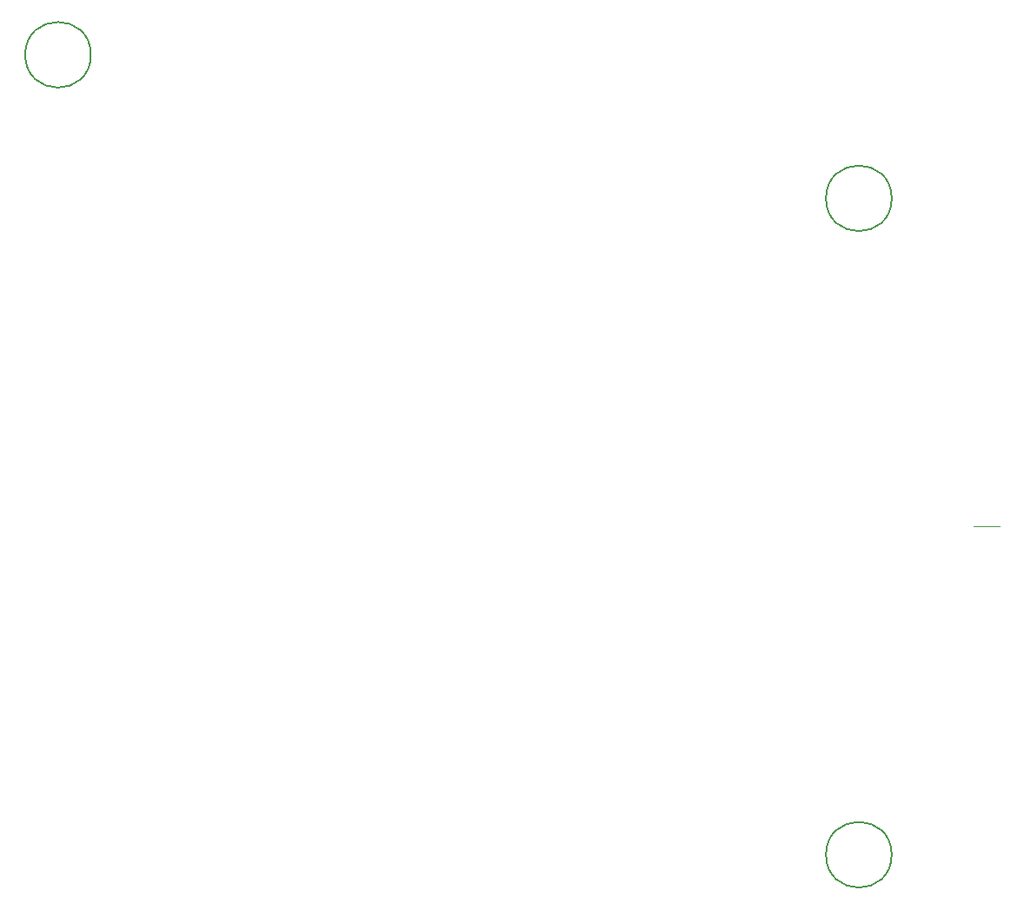
<source format=gbr>
%TF.GenerationSoftware,KiCad,Pcbnew,8.0.6-8.0.6-0~ubuntu24.04.1*%
%TF.CreationDate,2024-11-23T11:29:18+03:00*%
%TF.ProjectId,PM-CPU-RP,504d2d43-5055-42d5-9250-2e6b69636164,rev?*%
%TF.SameCoordinates,Original*%
%TF.FileFunction,Other,Comment*%
%FSLAX46Y46*%
G04 Gerber Fmt 4.6, Leading zero omitted, Abs format (unit mm)*
G04 Created by KiCad (PCBNEW 8.0.6-8.0.6-0~ubuntu24.04.1) date 2024-11-23 11:29:18*
%MOMM*%
%LPD*%
G01*
G04 APERTURE LIST*
%ADD10C,0.100000*%
%ADD11C,0.150000*%
G04 APERTURE END LIST*
D10*
X57150000Y0D02*
X59690000Y0D01*
D11*
%TO.C,H1*%
X-28800000Y46000000D02*
G75*
G02*
X-35200000Y46000000I-3200000J0D01*
G01*
X-35200000Y46000000D02*
G75*
G02*
X-28800000Y46000000I3200000J0D01*
G01*
%TO.C,H3*%
X49200000Y-32000000D02*
G75*
G02*
X42800000Y-32000000I-3200000J0D01*
G01*
X42800000Y-32000000D02*
G75*
G02*
X49200000Y-32000000I3200000J0D01*
G01*
%TO.C,H2*%
X49200000Y32000000D02*
G75*
G02*
X42800000Y32000000I-3200000J0D01*
G01*
X42800000Y32000000D02*
G75*
G02*
X49200000Y32000000I3200000J0D01*
G01*
%TD*%
M02*

</source>
